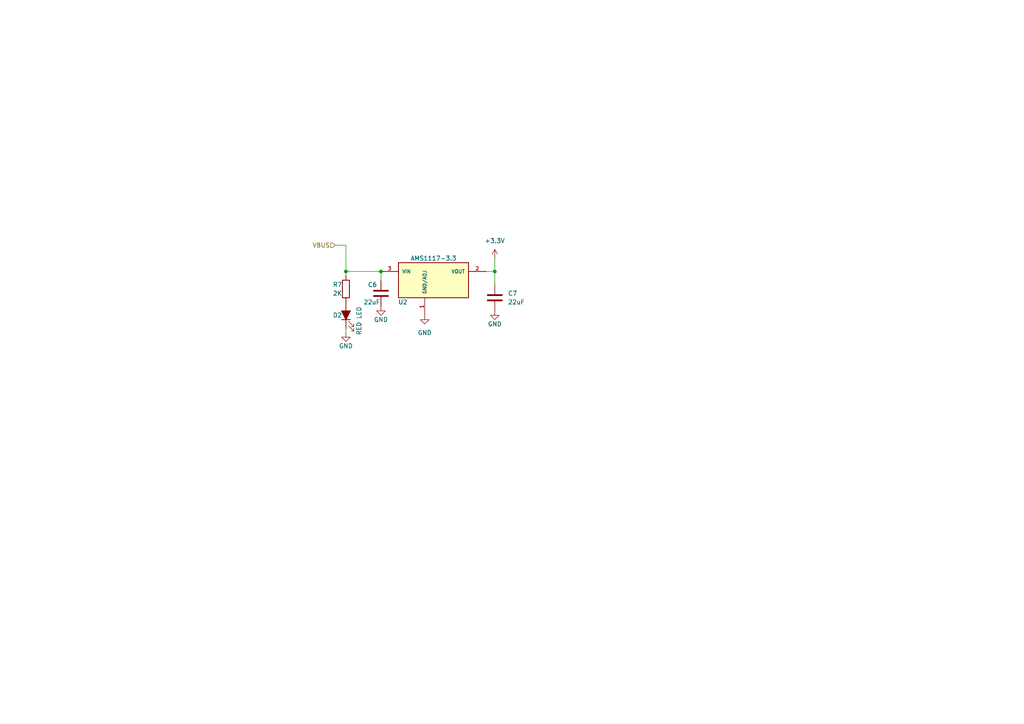
<source format=kicad_sch>
(kicad_sch (version 20230121) (generator eeschema)
  (paper "A4")
  (lib_symbols
    (symbol "AMS1117-3.3:AMS1117-3.3" (pin_names (offset 1.016))
      (property "Reference" "U2" (at -8.89 -6.35 0))
      (property "Value" "AMS1117-3.3" (at 0 6.35 0))
      (symbol "AMS1117-3.3_0_0"
        (rectangle (start -10.16 -5.08) (end 10.16 5.08) (stroke (width 0.254)) (fill (type background)))
        (pin power_in line (at -2.54 -10.16 90) (length 5.08) (name "GND/ADJ") (number "1"))
        (pin output line (at 15.24 2.54 180) (length 5.08) (name "VOUT") (number "2"))
        (pin input line (at -15.24 2.54 0) (length 5.08) (name "VIN") (number "3"))
      )
    )
    (symbol "Device:C" (pin_numbers hide) (pin_names (offset 0.254))
      (property "Reference" "C" (at 0.635 2.54 0))
      (property "Value" "C" (at 0.635 -2.54 0))
      (symbol "C_0_1"
        (polyline (pts (xy -2.032 -0.762) (xy 2.032 -0.762)) (stroke (width 0.508)))
        (polyline (pts (xy -2.032 0.762) (xy 2.032 0.762)) (stroke (width 0.508)))
      )
      (symbol "C_1_1"
        (pin passive line (at 0 3.81 270) (length 2.794) (name "~") (number "1"))
        (pin passive line (at 0 -3.81 90) (length 2.794) (name "~") (number "2"))
      )
    )
    (symbol "Device:LED_Filled" (pin_numbers hide) (pin_names (offset 1.016) hide)
      (property "Reference" "D" (at 0 2.54 0))
      (property "Value" "LED_Filled" (at 0 -2.54 0))
      (symbol "LED_Filled_0_1"
        (polyline (pts (xy -1.27 -1.27) (xy -1.27 1.27)) (stroke (width 0.254)))
        (polyline (pts (xy -1.27 0) (xy 1.27 0)))
        (polyline (pts (xy 1.27 -1.27) (xy 1.27 1.27) (xy -1.27 0) (xy 1.27 -1.27)) (stroke (width 0.254)) (fill (type outline)))
        (polyline (pts (xy -3.048 -0.762) (xy -4.572 -2.286) (xy -3.81 -2.286) (xy -4.572 -2.286) (xy -4.572 -1.524)))
        (polyline (pts (xy -1.778 -0.762) (xy -3.302 -2.286) (xy -2.54 -2.286) (xy -3.302 -2.286) (xy -3.302 -1.524)))
      )
      (symbol "LED_Filled_1_1"
        (pin passive line (at -3.81 0 0) (length 2.54) (name "K") (number "1"))
        (pin passive line (at 3.81 0 180) (length 2.54) (name "A") (number "2"))
      )
    )
    (symbol "Device:R" (pin_numbers hide) (pin_names (offset 0))
      (property "Reference" "R" (at 2.032 0 90))
      (property "Value" "R" (at 0 0 90))
      (symbol "R_0_1"
        (rectangle (start -1.016 -2.54) (end 1.016 2.54) (stroke (width 0.254)))
      )
      (symbol "R_1_1"
        (pin passive line (at 0 3.81 270) (length 1.27) (name "~") (number "1"))
        (pin passive line (at 0 -3.81 90) (length 1.27) (name "~") (number "2"))
      )
    )
    (symbol "power:+3.3V" (power) (pin_names (offset 0))
      (property "Value" "+3.3V" (at 0 3.556 0))
      (symbol "+3.3V_0_1"
        (polyline (pts (xy -0.762 1.27) (xy 0 2.54)))
        (polyline (pts (xy 0 0) (xy 0 2.54)))
        (polyline (pts (xy 0 2.54) (xy 0.762 1.27)))
      )
      (symbol "+3.3V_1_1"
        (pin power_in line (at 0 0 90) (length 0) hide (name "+3.3V") (number "1"))
      )
    )
    (symbol "power:GND" (power) (pin_names (offset 0))
      (property "Value" "GND" (at 0 -3.81 0))
      (symbol "GND_0_1"
        (polyline (pts (xy 0 0) (xy 0 -1.27) (xy 1.27 -1.27) (xy 0 -2.54) (xy -1.27 -1.27) (xy 0 -1.27)))
      )
      (symbol "GND_1_1"
        (pin power_in line (at 0 0 270) (length 0) hide (name "GND") (number "1"))
      )
    )
  )
  (junction (at 143.51 78.74))
  (junction (at 110.49 78.74))
  (junction (at 100.33 78.74))
  (wire (pts (xy 140.97 78.74) (xy 143.51 78.74)))
  (wire (pts (xy 143.51 78.74) (xy 143.51 82.55)))
  (wire (pts (xy 110.49 78.74) (xy 110.49 81.28)))
  (wire (pts (xy 143.51 74.93) (xy 143.51 78.74)))
  (wire (pts (xy 100.33 78.74) (xy 110.49 78.74)))
  (wire (pts (xy 100.33 95.25) (xy 100.33 96.52)))
  (wire (pts (xy 100.33 71.12) (xy 100.33 78.74)))
  (wire (pts (xy 97.155 71.12) (xy 100.33 71.12)))
  (wire (pts (xy 100.33 78.74) (xy 100.33 80.01)))
  (hierarchical_label "VBUS" (shape input) (at 97.155 71.12 180))
  (symbol (lib_id "Device:C") (at 110.49 85.09 0) (unit 1)
    (property "Reference" "C6" (at 106.68 82.55 0) (effects (justify left)))
    (property "Value" "22uF" (at 105.41 87.63 0) (effects (justify left)))
  )
  (symbol (lib_id "power:GND") (at 143.51 90.17 0) (unit 1)
    (property "Reference" "#PWR08" (effects hide))
    (property "Value" "GND" (at 143.51 93.98 0))
  )
  (symbol (lib_id "power:GND") (at 110.49 88.9 0) (unit 1)
    (property "Reference" "#PWR05" (effects hide))
    (property "Value" "GND" (at 110.49 92.71 0))
  )
  (symbol (lib_id "Device:R") (at 100.33 83.82 0) (unit 1)
    (property "Reference" "R7" (at 96.52 82.55 0) (effects (justify left)))
    (property "Value" "2K" (at 96.52 85.09 0) (effects (justify left)))
  )
  (symbol (lib_id "AMS1117-3.3:AMS1117-3.3") (at 125.73 81.28 0) (unit 1)
    (property "Reference" "U2" (at 116.84 87.63 0))
    (property "Value" "AMS1117-3.3" (at 125.73 74.93 0))
    (property "Footprint" "AMS1117-3.3:SOT229P700X180-4N" (effects hide))
    (property "MF" "Advanced Monolithic Systems" (effects hide))
    (property "MAXIMUM_PACKAGE_HEIGHT" "1.8 mm" (effects hide))
    (property "Package" "SOT-223 Seeed Technology" (effects hide))
    (property "Price" "None" (effects hide))
    (property "Check_prices" "https://www.snapeda.com/parts/AMS1117-3.3/Advanced+Monolithic+Systems/view-part/?ref=eda" (effects hide))
    (property "STANDARD" "IPC 7351B" (effects hide))
    (property "PARTREV" "N/A" (effects hide))
    (property "SnapEDA_Link" "https://www.snapeda.com/parts/AMS1117-3.3/Advanced+Monolithic+Systems/view-part/?ref=snap" (effects hide))
    (property "SNAPEDA_PACKAGE_ID" "71280" (effects hide))
    (property "MP" "AMS1117-3.3" (effects hide))
    (property "Description" "\nSot223/Pkg 1-Amp 3.3-Volt Low Drop Out Voltage Regulatator\n" (effects hide))
    (property "MANUFACTURER" "Advanced Monolithic Systems" (effects hide))
    (property "Availability" "Not in stock" (effects hide))
    (property "SNAPEDA_PN" "AMS1117-3.3" (effects hide))
  )
  (symbol (lib_id "power:GND") (at 100.33 96.52 0) (unit 1)
    (property "Reference" "#PWR06" (effects hide))
    (property "Value" "GND" (at 100.33 100.33 0))
  )
  (symbol (lib_id "power:+3.3V") (at 143.51 74.93 0) (unit 1)
    (property "Reference" "#PWR09" (effects hide))
    (property "Value" "+3.3V" (at 143.51 69.85 0))
  )
  (symbol (lib_id "Device:LED_Filled") (at 100.33 91.44 90) (unit 1)
    (property "Reference" "D2" (at 96.52 91.44 90) (effects (justify right)))
    (property "Value" "RED LED" (at 104.14 88.9 0) (effects (justify right)))
  )
  (symbol (lib_id "Device:C") (at 143.51 86.36 0) (unit 1)
    (property "Reference" "C7" (at 147.32 85.09 0) (effects (justify left)))
    (property "Value" "22uF" (at 147.32 87.63 0) (effects (justify left)))
  )
  (symbol (lib_id "power:GND") (at 123.19 91.44 0) (unit 1)
    (property "Reference" "#PWR07" (effects hide))
    (property "Value" "GND" (at 123.19 96.52 0))
  )
)
</source>
